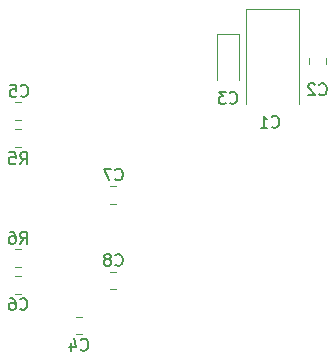
<source format=gbr>
%TF.GenerationSoftware,KiCad,Pcbnew,9.0.0+1*%
%TF.CreationDate,2025-03-04T14:17:01+00:00*%
%TF.ProjectId,ESP01LEDDriver,45535030-314c-4454-9444-72697665722e,rev?*%
%TF.SameCoordinates,Original*%
%TF.FileFunction,Legend,Bot*%
%TF.FilePolarity,Positive*%
%FSLAX46Y46*%
G04 Gerber Fmt 4.6, Leading zero omitted, Abs format (unit mm)*
G04 Created by KiCad (PCBNEW 9.0.0+1) date 2025-03-04 14:17:01*
%MOMM*%
%LPD*%
G01*
G04 APERTURE LIST*
%ADD10C,0.150000*%
%ADD11C,0.120000*%
G04 APERTURE END LIST*
D10*
X26521666Y-32712819D02*
X26854999Y-32236628D01*
X27093094Y-32712819D02*
X27093094Y-31712819D01*
X27093094Y-31712819D02*
X26712142Y-31712819D01*
X26712142Y-31712819D02*
X26616904Y-31760438D01*
X26616904Y-31760438D02*
X26569285Y-31808057D01*
X26569285Y-31808057D02*
X26521666Y-31903295D01*
X26521666Y-31903295D02*
X26521666Y-32046152D01*
X26521666Y-32046152D02*
X26569285Y-32141390D01*
X26569285Y-32141390D02*
X26616904Y-32189009D01*
X26616904Y-32189009D02*
X26712142Y-32236628D01*
X26712142Y-32236628D02*
X27093094Y-32236628D01*
X25616904Y-31712819D02*
X26093094Y-31712819D01*
X26093094Y-31712819D02*
X26140713Y-32189009D01*
X26140713Y-32189009D02*
X26093094Y-32141390D01*
X26093094Y-32141390D02*
X25997856Y-32093771D01*
X25997856Y-32093771D02*
X25759761Y-32093771D01*
X25759761Y-32093771D02*
X25664523Y-32141390D01*
X25664523Y-32141390D02*
X25616904Y-32189009D01*
X25616904Y-32189009D02*
X25569285Y-32284247D01*
X25569285Y-32284247D02*
X25569285Y-32522342D01*
X25569285Y-32522342D02*
X25616904Y-32617580D01*
X25616904Y-32617580D02*
X25664523Y-32665200D01*
X25664523Y-32665200D02*
X25759761Y-32712819D01*
X25759761Y-32712819D02*
X25997856Y-32712819D01*
X25997856Y-32712819D02*
X26093094Y-32665200D01*
X26093094Y-32665200D02*
X26140713Y-32617580D01*
X34583666Y-33985580D02*
X34631285Y-34033200D01*
X34631285Y-34033200D02*
X34774142Y-34080819D01*
X34774142Y-34080819D02*
X34869380Y-34080819D01*
X34869380Y-34080819D02*
X35012237Y-34033200D01*
X35012237Y-34033200D02*
X35107475Y-33937961D01*
X35107475Y-33937961D02*
X35155094Y-33842723D01*
X35155094Y-33842723D02*
X35202713Y-33652247D01*
X35202713Y-33652247D02*
X35202713Y-33509390D01*
X35202713Y-33509390D02*
X35155094Y-33318914D01*
X35155094Y-33318914D02*
X35107475Y-33223676D01*
X35107475Y-33223676D02*
X35012237Y-33128438D01*
X35012237Y-33128438D02*
X34869380Y-33080819D01*
X34869380Y-33080819D02*
X34774142Y-33080819D01*
X34774142Y-33080819D02*
X34631285Y-33128438D01*
X34631285Y-33128438D02*
X34583666Y-33176057D01*
X34250332Y-33080819D02*
X33583666Y-33080819D01*
X33583666Y-33080819D02*
X34012237Y-34080819D01*
X34583666Y-41224580D02*
X34631285Y-41272200D01*
X34631285Y-41272200D02*
X34774142Y-41319819D01*
X34774142Y-41319819D02*
X34869380Y-41319819D01*
X34869380Y-41319819D02*
X35012237Y-41272200D01*
X35012237Y-41272200D02*
X35107475Y-41176961D01*
X35107475Y-41176961D02*
X35155094Y-41081723D01*
X35155094Y-41081723D02*
X35202713Y-40891247D01*
X35202713Y-40891247D02*
X35202713Y-40748390D01*
X35202713Y-40748390D02*
X35155094Y-40557914D01*
X35155094Y-40557914D02*
X35107475Y-40462676D01*
X35107475Y-40462676D02*
X35012237Y-40367438D01*
X35012237Y-40367438D02*
X34869380Y-40319819D01*
X34869380Y-40319819D02*
X34774142Y-40319819D01*
X34774142Y-40319819D02*
X34631285Y-40367438D01*
X34631285Y-40367438D02*
X34583666Y-40415057D01*
X34012237Y-40748390D02*
X34107475Y-40700771D01*
X34107475Y-40700771D02*
X34155094Y-40653152D01*
X34155094Y-40653152D02*
X34202713Y-40557914D01*
X34202713Y-40557914D02*
X34202713Y-40510295D01*
X34202713Y-40510295D02*
X34155094Y-40415057D01*
X34155094Y-40415057D02*
X34107475Y-40367438D01*
X34107475Y-40367438D02*
X34012237Y-40319819D01*
X34012237Y-40319819D02*
X33821761Y-40319819D01*
X33821761Y-40319819D02*
X33726523Y-40367438D01*
X33726523Y-40367438D02*
X33678904Y-40415057D01*
X33678904Y-40415057D02*
X33631285Y-40510295D01*
X33631285Y-40510295D02*
X33631285Y-40557914D01*
X33631285Y-40557914D02*
X33678904Y-40653152D01*
X33678904Y-40653152D02*
X33726523Y-40700771D01*
X33726523Y-40700771D02*
X33821761Y-40748390D01*
X33821761Y-40748390D02*
X34012237Y-40748390D01*
X34012237Y-40748390D02*
X34107475Y-40796009D01*
X34107475Y-40796009D02*
X34155094Y-40843628D01*
X34155094Y-40843628D02*
X34202713Y-40938866D01*
X34202713Y-40938866D02*
X34202713Y-41129342D01*
X34202713Y-41129342D02*
X34155094Y-41224580D01*
X34155094Y-41224580D02*
X34107475Y-41272200D01*
X34107475Y-41272200D02*
X34012237Y-41319819D01*
X34012237Y-41319819D02*
X33821761Y-41319819D01*
X33821761Y-41319819D02*
X33726523Y-41272200D01*
X33726523Y-41272200D02*
X33678904Y-41224580D01*
X33678904Y-41224580D02*
X33631285Y-41129342D01*
X33631285Y-41129342D02*
X33631285Y-40938866D01*
X33631285Y-40938866D02*
X33678904Y-40843628D01*
X33678904Y-40843628D02*
X33726523Y-40796009D01*
X33726523Y-40796009D02*
X33821761Y-40748390D01*
X51855666Y-26775580D02*
X51903285Y-26823200D01*
X51903285Y-26823200D02*
X52046142Y-26870819D01*
X52046142Y-26870819D02*
X52141380Y-26870819D01*
X52141380Y-26870819D02*
X52284237Y-26823200D01*
X52284237Y-26823200D02*
X52379475Y-26727961D01*
X52379475Y-26727961D02*
X52427094Y-26632723D01*
X52427094Y-26632723D02*
X52474713Y-26442247D01*
X52474713Y-26442247D02*
X52474713Y-26299390D01*
X52474713Y-26299390D02*
X52427094Y-26108914D01*
X52427094Y-26108914D02*
X52379475Y-26013676D01*
X52379475Y-26013676D02*
X52284237Y-25918438D01*
X52284237Y-25918438D02*
X52141380Y-25870819D01*
X52141380Y-25870819D02*
X52046142Y-25870819D01*
X52046142Y-25870819D02*
X51903285Y-25918438D01*
X51903285Y-25918438D02*
X51855666Y-25966057D01*
X51474713Y-25966057D02*
X51427094Y-25918438D01*
X51427094Y-25918438D02*
X51331856Y-25870819D01*
X51331856Y-25870819D02*
X51093761Y-25870819D01*
X51093761Y-25870819D02*
X50998523Y-25918438D01*
X50998523Y-25918438D02*
X50950904Y-25966057D01*
X50950904Y-25966057D02*
X50903285Y-26061295D01*
X50903285Y-26061295D02*
X50903285Y-26156533D01*
X50903285Y-26156533D02*
X50950904Y-26299390D01*
X50950904Y-26299390D02*
X51522332Y-26870819D01*
X51522332Y-26870819D02*
X50903285Y-26870819D01*
X26521666Y-39444819D02*
X26854999Y-38968628D01*
X27093094Y-39444819D02*
X27093094Y-38444819D01*
X27093094Y-38444819D02*
X26712142Y-38444819D01*
X26712142Y-38444819D02*
X26616904Y-38492438D01*
X26616904Y-38492438D02*
X26569285Y-38540057D01*
X26569285Y-38540057D02*
X26521666Y-38635295D01*
X26521666Y-38635295D02*
X26521666Y-38778152D01*
X26521666Y-38778152D02*
X26569285Y-38873390D01*
X26569285Y-38873390D02*
X26616904Y-38921009D01*
X26616904Y-38921009D02*
X26712142Y-38968628D01*
X26712142Y-38968628D02*
X27093094Y-38968628D01*
X25664523Y-38444819D02*
X25854999Y-38444819D01*
X25854999Y-38444819D02*
X25950237Y-38492438D01*
X25950237Y-38492438D02*
X25997856Y-38540057D01*
X25997856Y-38540057D02*
X26093094Y-38682914D01*
X26093094Y-38682914D02*
X26140713Y-38873390D01*
X26140713Y-38873390D02*
X26140713Y-39254342D01*
X26140713Y-39254342D02*
X26093094Y-39349580D01*
X26093094Y-39349580D02*
X26045475Y-39397200D01*
X26045475Y-39397200D02*
X25950237Y-39444819D01*
X25950237Y-39444819D02*
X25759761Y-39444819D01*
X25759761Y-39444819D02*
X25664523Y-39397200D01*
X25664523Y-39397200D02*
X25616904Y-39349580D01*
X25616904Y-39349580D02*
X25569285Y-39254342D01*
X25569285Y-39254342D02*
X25569285Y-39016247D01*
X25569285Y-39016247D02*
X25616904Y-38921009D01*
X25616904Y-38921009D02*
X25664523Y-38873390D01*
X25664523Y-38873390D02*
X25759761Y-38825771D01*
X25759761Y-38825771D02*
X25950237Y-38825771D01*
X25950237Y-38825771D02*
X26045475Y-38873390D01*
X26045475Y-38873390D02*
X26093094Y-38921009D01*
X26093094Y-38921009D02*
X26140713Y-39016247D01*
X44283166Y-27497580D02*
X44330785Y-27545200D01*
X44330785Y-27545200D02*
X44473642Y-27592819D01*
X44473642Y-27592819D02*
X44568880Y-27592819D01*
X44568880Y-27592819D02*
X44711737Y-27545200D01*
X44711737Y-27545200D02*
X44806975Y-27449961D01*
X44806975Y-27449961D02*
X44854594Y-27354723D01*
X44854594Y-27354723D02*
X44902213Y-27164247D01*
X44902213Y-27164247D02*
X44902213Y-27021390D01*
X44902213Y-27021390D02*
X44854594Y-26830914D01*
X44854594Y-26830914D02*
X44806975Y-26735676D01*
X44806975Y-26735676D02*
X44711737Y-26640438D01*
X44711737Y-26640438D02*
X44568880Y-26592819D01*
X44568880Y-26592819D02*
X44473642Y-26592819D01*
X44473642Y-26592819D02*
X44330785Y-26640438D01*
X44330785Y-26640438D02*
X44283166Y-26688057D01*
X43949832Y-26592819D02*
X43330785Y-26592819D01*
X43330785Y-26592819D02*
X43664118Y-26973771D01*
X43664118Y-26973771D02*
X43521261Y-26973771D01*
X43521261Y-26973771D02*
X43426023Y-27021390D01*
X43426023Y-27021390D02*
X43378404Y-27069009D01*
X43378404Y-27069009D02*
X43330785Y-27164247D01*
X43330785Y-27164247D02*
X43330785Y-27402342D01*
X43330785Y-27402342D02*
X43378404Y-27497580D01*
X43378404Y-27497580D02*
X43426023Y-27545200D01*
X43426023Y-27545200D02*
X43521261Y-27592819D01*
X43521261Y-27592819D02*
X43806975Y-27592819D01*
X43806975Y-27592819D02*
X43902213Y-27545200D01*
X43902213Y-27545200D02*
X43949832Y-27497580D01*
X47839166Y-29529580D02*
X47886785Y-29577200D01*
X47886785Y-29577200D02*
X48029642Y-29624819D01*
X48029642Y-29624819D02*
X48124880Y-29624819D01*
X48124880Y-29624819D02*
X48267737Y-29577200D01*
X48267737Y-29577200D02*
X48362975Y-29481961D01*
X48362975Y-29481961D02*
X48410594Y-29386723D01*
X48410594Y-29386723D02*
X48458213Y-29196247D01*
X48458213Y-29196247D02*
X48458213Y-29053390D01*
X48458213Y-29053390D02*
X48410594Y-28862914D01*
X48410594Y-28862914D02*
X48362975Y-28767676D01*
X48362975Y-28767676D02*
X48267737Y-28672438D01*
X48267737Y-28672438D02*
X48124880Y-28624819D01*
X48124880Y-28624819D02*
X48029642Y-28624819D01*
X48029642Y-28624819D02*
X47886785Y-28672438D01*
X47886785Y-28672438D02*
X47839166Y-28720057D01*
X46886785Y-29624819D02*
X47458213Y-29624819D01*
X47172499Y-29624819D02*
X47172499Y-28624819D01*
X47172499Y-28624819D02*
X47267737Y-28767676D01*
X47267737Y-28767676D02*
X47362975Y-28862914D01*
X47362975Y-28862914D02*
X47458213Y-28910533D01*
X31662666Y-48394580D02*
X31710285Y-48442200D01*
X31710285Y-48442200D02*
X31853142Y-48489819D01*
X31853142Y-48489819D02*
X31948380Y-48489819D01*
X31948380Y-48489819D02*
X32091237Y-48442200D01*
X32091237Y-48442200D02*
X32186475Y-48346961D01*
X32186475Y-48346961D02*
X32234094Y-48251723D01*
X32234094Y-48251723D02*
X32281713Y-48061247D01*
X32281713Y-48061247D02*
X32281713Y-47918390D01*
X32281713Y-47918390D02*
X32234094Y-47727914D01*
X32234094Y-47727914D02*
X32186475Y-47632676D01*
X32186475Y-47632676D02*
X32091237Y-47537438D01*
X32091237Y-47537438D02*
X31948380Y-47489819D01*
X31948380Y-47489819D02*
X31853142Y-47489819D01*
X31853142Y-47489819D02*
X31710285Y-47537438D01*
X31710285Y-47537438D02*
X31662666Y-47585057D01*
X30805523Y-47823152D02*
X30805523Y-48489819D01*
X31043618Y-47442200D02*
X31281713Y-48156485D01*
X31281713Y-48156485D02*
X30662666Y-48156485D01*
X26521666Y-44965580D02*
X26569285Y-45013200D01*
X26569285Y-45013200D02*
X26712142Y-45060819D01*
X26712142Y-45060819D02*
X26807380Y-45060819D01*
X26807380Y-45060819D02*
X26950237Y-45013200D01*
X26950237Y-45013200D02*
X27045475Y-44917961D01*
X27045475Y-44917961D02*
X27093094Y-44822723D01*
X27093094Y-44822723D02*
X27140713Y-44632247D01*
X27140713Y-44632247D02*
X27140713Y-44489390D01*
X27140713Y-44489390D02*
X27093094Y-44298914D01*
X27093094Y-44298914D02*
X27045475Y-44203676D01*
X27045475Y-44203676D02*
X26950237Y-44108438D01*
X26950237Y-44108438D02*
X26807380Y-44060819D01*
X26807380Y-44060819D02*
X26712142Y-44060819D01*
X26712142Y-44060819D02*
X26569285Y-44108438D01*
X26569285Y-44108438D02*
X26521666Y-44156057D01*
X25664523Y-44060819D02*
X25854999Y-44060819D01*
X25854999Y-44060819D02*
X25950237Y-44108438D01*
X25950237Y-44108438D02*
X25997856Y-44156057D01*
X25997856Y-44156057D02*
X26093094Y-44298914D01*
X26093094Y-44298914D02*
X26140713Y-44489390D01*
X26140713Y-44489390D02*
X26140713Y-44870342D01*
X26140713Y-44870342D02*
X26093094Y-44965580D01*
X26093094Y-44965580D02*
X26045475Y-45013200D01*
X26045475Y-45013200D02*
X25950237Y-45060819D01*
X25950237Y-45060819D02*
X25759761Y-45060819D01*
X25759761Y-45060819D02*
X25664523Y-45013200D01*
X25664523Y-45013200D02*
X25616904Y-44965580D01*
X25616904Y-44965580D02*
X25569285Y-44870342D01*
X25569285Y-44870342D02*
X25569285Y-44632247D01*
X25569285Y-44632247D02*
X25616904Y-44537009D01*
X25616904Y-44537009D02*
X25664523Y-44489390D01*
X25664523Y-44489390D02*
X25759761Y-44441771D01*
X25759761Y-44441771D02*
X25950237Y-44441771D01*
X25950237Y-44441771D02*
X26045475Y-44489390D01*
X26045475Y-44489390D02*
X26093094Y-44537009D01*
X26093094Y-44537009D02*
X26140713Y-44632247D01*
X26587666Y-26902580D02*
X26635285Y-26950200D01*
X26635285Y-26950200D02*
X26778142Y-26997819D01*
X26778142Y-26997819D02*
X26873380Y-26997819D01*
X26873380Y-26997819D02*
X27016237Y-26950200D01*
X27016237Y-26950200D02*
X27111475Y-26854961D01*
X27111475Y-26854961D02*
X27159094Y-26759723D01*
X27159094Y-26759723D02*
X27206713Y-26569247D01*
X27206713Y-26569247D02*
X27206713Y-26426390D01*
X27206713Y-26426390D02*
X27159094Y-26235914D01*
X27159094Y-26235914D02*
X27111475Y-26140676D01*
X27111475Y-26140676D02*
X27016237Y-26045438D01*
X27016237Y-26045438D02*
X26873380Y-25997819D01*
X26873380Y-25997819D02*
X26778142Y-25997819D01*
X26778142Y-25997819D02*
X26635285Y-26045438D01*
X26635285Y-26045438D02*
X26587666Y-26093057D01*
X25682904Y-25997819D02*
X26159094Y-25997819D01*
X26159094Y-25997819D02*
X26206713Y-26474009D01*
X26206713Y-26474009D02*
X26159094Y-26426390D01*
X26159094Y-26426390D02*
X26063856Y-26378771D01*
X26063856Y-26378771D02*
X25825761Y-26378771D01*
X25825761Y-26378771D02*
X25730523Y-26426390D01*
X25730523Y-26426390D02*
X25682904Y-26474009D01*
X25682904Y-26474009D02*
X25635285Y-26569247D01*
X25635285Y-26569247D02*
X25635285Y-26807342D01*
X25635285Y-26807342D02*
X25682904Y-26902580D01*
X25682904Y-26902580D02*
X25730523Y-26950200D01*
X25730523Y-26950200D02*
X25825761Y-26997819D01*
X25825761Y-26997819D02*
X26063856Y-26997819D01*
X26063856Y-26997819D02*
X26159094Y-26950200D01*
X26159094Y-26950200D02*
X26206713Y-26902580D01*
D11*
%TO.C,R5*%
X26127936Y-29745000D02*
X26582064Y-29745000D01*
X26127936Y-31215000D02*
X26582064Y-31215000D01*
%TO.C,C7*%
X34155748Y-34571000D02*
X34678252Y-34571000D01*
X34155748Y-36041000D02*
X34678252Y-36041000D01*
%TO.C,C8*%
X34155748Y-41810000D02*
X34678252Y-41810000D01*
X34155748Y-43280000D02*
X34678252Y-43280000D01*
%TO.C,C2*%
X50961500Y-24264252D02*
X50961500Y-23741748D01*
X52431500Y-24264252D02*
X52431500Y-23741748D01*
%TO.C,R6*%
X26127936Y-39905000D02*
X26582064Y-39905000D01*
X26127936Y-41375000D02*
X26582064Y-41375000D01*
%TO.C,C3*%
X43181500Y-21693000D02*
X43181500Y-25603000D01*
X45051500Y-21693000D02*
X43181500Y-21693000D01*
X45051500Y-25603000D02*
X45051500Y-21693000D01*
%TO.C,C1*%
X45626500Y-19593000D02*
X45626500Y-27653000D01*
X50146500Y-19593000D02*
X45626500Y-19593000D01*
X50146500Y-27653000D02*
X50146500Y-19593000D01*
%TO.C,C4*%
X31757252Y-45620000D02*
X31234748Y-45620000D01*
X31757252Y-47090000D02*
X31234748Y-47090000D01*
%TO.C,C6*%
X26616252Y-42191000D02*
X26093748Y-42191000D01*
X26616252Y-43661000D02*
X26093748Y-43661000D01*
%TO.C,C5*%
X26616252Y-27459000D02*
X26093748Y-27459000D01*
X26616252Y-28929000D02*
X26093748Y-28929000D01*
%TD*%
M02*

</source>
